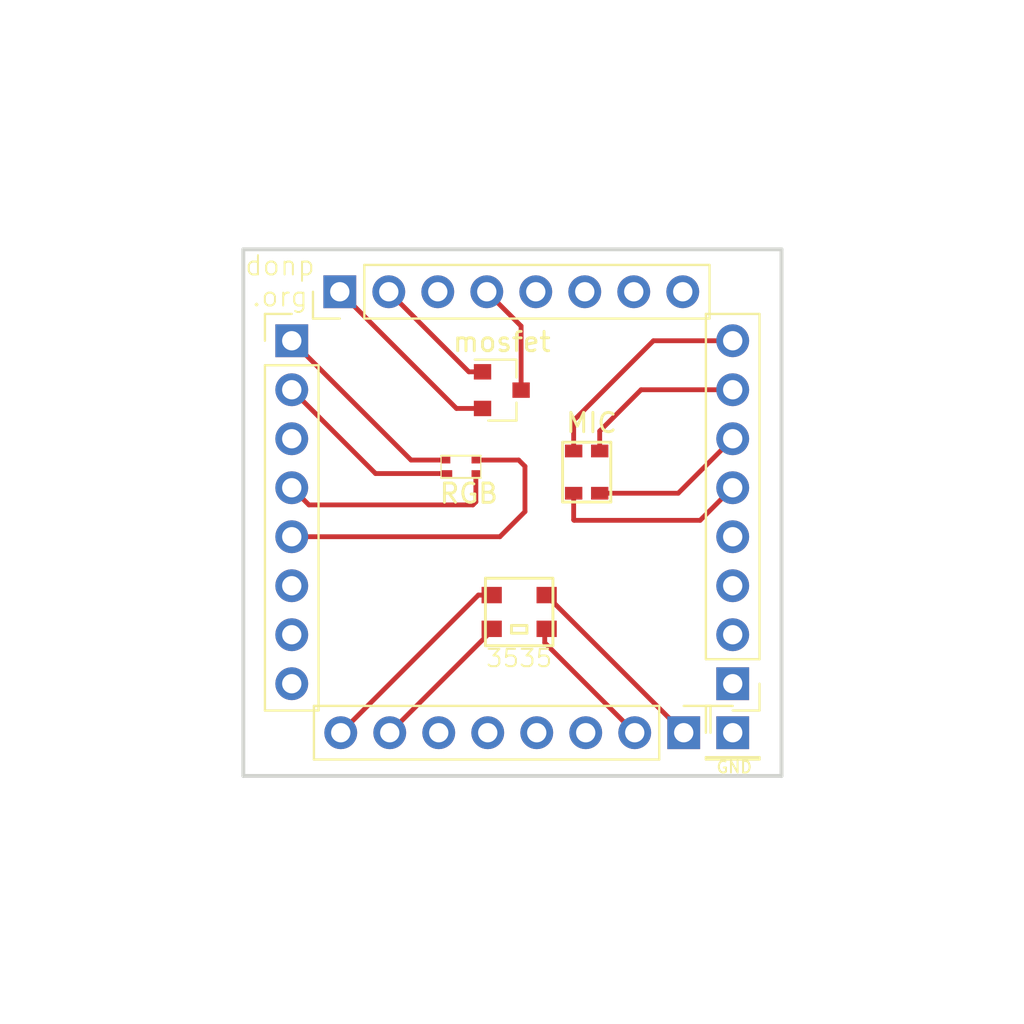
<source format=kicad_pcb>
(kicad_pcb (version 4) (host pcbnew 4.0.5-e0-6337~49~ubuntu16.04.1)

  (general
    (links 0)
    (no_connects 0)
    (area 112.309999 41.999999 165.570001 95.260001)
    (thickness 1.6)
    (drawings 5)
    (tracks 39)
    (zones 0)
    (modules 11)
    (nets 1)
  )

  (page A4)
  (layers
    (0 F.Cu signal)
    (31 B.Cu signal)
    (32 B.Adhes user)
    (33 F.Adhes user)
    (34 B.Paste user)
    (35 F.Paste user)
    (36 B.SilkS user)
    (37 F.SilkS user)
    (38 B.Mask user)
    (39 F.Mask user)
    (40 Dwgs.User user)
    (41 Cmts.User user)
    (42 Eco1.User user)
    (43 Eco2.User user)
    (44 Edge.Cuts user)
    (45 Margin user)
    (46 B.CrtYd user)
    (47 F.CrtYd user)
    (48 B.Fab user)
    (49 F.Fab user)
  )

  (setup
    (last_trace_width 0.25)
    (trace_clearance 0.2)
    (zone_clearance 0.508)
    (zone_45_only no)
    (trace_min 0.2)
    (segment_width 0.2)
    (edge_width 0.2)
    (via_size 0.6)
    (via_drill 0.4)
    (via_min_size 0.4)
    (via_min_drill 0.3)
    (uvia_size 0.3)
    (uvia_drill 0.1)
    (uvias_allowed no)
    (uvia_min_size 0.2)
    (uvia_min_drill 0.1)
    (pcb_text_width 0.3)
    (pcb_text_size 1.5 1.5)
    (mod_edge_width 0.15)
    (mod_text_size 1 1)
    (mod_text_width 0.15)
    (pad_size 1.7 1.7)
    (pad_drill 1)
    (pad_to_mask_clearance 0.2)
    (aux_axis_origin 0 0)
    (visible_elements FFFEFFFF)
    (pcbplotparams
      (layerselection 0x010f0_80000001)
      (usegerberextensions true)
      (excludeedgelayer true)
      (linewidth 0.100000)
      (plotframeref false)
      (viasonmask false)
      (mode 1)
      (useauxorigin false)
      (hpglpennumber 1)
      (hpglpenspeed 20)
      (hpglpendiameter 15)
      (hpglpenoverlay 2)
      (psnegative false)
      (psa4output false)
      (plotreference true)
      (plotvalue true)
      (plotinvisibletext false)
      (padsonsilk false)
      (subtractmaskfromsilk false)
      (outputformat 1)
      (mirror false)
      (drillshape 0)
      (scaleselection 1)
      (outputdirectory /home/donp/osh))
  )

  (net 0 "")

  (net_class Default "This is the default net class."
    (clearance 0.2)
    (trace_width 0.25)
    (via_dia 0.6)
    (via_drill 0.4)
    (uvia_dia 0.3)
    (uvia_drill 0.1)
  )

  (module Mounting_Holes:MountingHole_2.2mm_M2 (layer F.Cu) (tedit 58A9DC58) (tstamp 58AA6060)
    (at 151.05 56.7)
    (descr "Mounting Hole 2.2mm, no annular, M2")
    (tags "mounting hole 2.2mm no annular m2")
    (fp_text reference "" (at 0 -3.2) (layer F.SilkS)
      (effects (font (size 1 1) (thickness 0.15)))
    )
    (fp_text value MountingHole_2.2mm_M2 (at 0 3.2) (layer F.Fab)
      (effects (font (size 1 1) (thickness 0.15)))
    )
    (fp_circle (center 0 0) (end 2.2 0) (layer Cmts.User) (width 0.15))
    (fp_circle (center 0 0) (end 2.45 0) (layer F.CrtYd) (width 0.05))
    (pad 1 np_thru_hole circle (at 0 0) (size 2.2 2.2) (drill 2.2) (layers *.Cu *.Mask))
  )

  (module Pin_Headers:Pin_Header_Straight_1x08_Pitch2.54mm (layer F.Cu) (tedit 58A7881A) (tstamp 58A815A9)
    (at 147.83 80.06 270)
    (descr "Through hole straight pin header, 1x08, 2.54mm pitch, single row")
    (tags "Through hole pin header THT 1x08 2.54mm single row")
    (fp_text reference "" (at 0 -2.39 270) (layer F.SilkS)
      (effects (font (size 1 1) (thickness 0.15)))
    )
    (fp_text value Pin_Header_Straight_1x08_Pitch2.54mm (at 0 20.17 270) (layer F.Fab)
      (effects (font (size 1 1) (thickness 0.15)))
    )
    (fp_line (start -1.27 -1.27) (end -1.27 19.05) (layer F.Fab) (width 0.1))
    (fp_line (start -1.27 19.05) (end 1.27 19.05) (layer F.Fab) (width 0.1))
    (fp_line (start 1.27 19.05) (end 1.27 -1.27) (layer F.Fab) (width 0.1))
    (fp_line (start 1.27 -1.27) (end -1.27 -1.27) (layer F.Fab) (width 0.1))
    (fp_line (start -1.39 1.27) (end -1.39 19.17) (layer F.SilkS) (width 0.12))
    (fp_line (start -1.39 19.17) (end 1.39 19.17) (layer F.SilkS) (width 0.12))
    (fp_line (start 1.39 19.17) (end 1.39 1.27) (layer F.SilkS) (width 0.12))
    (fp_line (start 1.39 1.27) (end -1.39 1.27) (layer F.SilkS) (width 0.12))
    (fp_line (start -1.39 0) (end -1.39 -1.39) (layer F.SilkS) (width 0.12))
    (fp_line (start -1.39 -1.39) (end 0 -1.39) (layer F.SilkS) (width 0.12))
    (fp_line (start -1.6 -1.6) (end -1.6 19.3) (layer F.CrtYd) (width 0.05))
    (fp_line (start -1.6 19.3) (end 1.6 19.3) (layer F.CrtYd) (width 0.05))
    (fp_line (start 1.6 19.3) (end 1.6 -1.6) (layer F.CrtYd) (width 0.05))
    (fp_line (start 1.6 -1.6) (end -1.6 -1.6) (layer F.CrtYd) (width 0.05))
    (pad 1 thru_hole rect (at 0 0 270) (size 1.7 1.7) (drill 1) (layers *.Cu *.Mask))
    (pad 2 thru_hole oval (at 0 2.54 270) (size 1.7 1.7) (drill 1) (layers *.Cu *.Mask))
    (pad 3 thru_hole oval (at 0 5.08 270) (size 1.7 1.7) (drill 1) (layers *.Cu *.Mask))
    (pad 4 thru_hole oval (at 0 7.62 270) (size 1.7 1.7) (drill 1) (layers *.Cu *.Mask))
    (pad 5 thru_hole oval (at 0 10.16 270) (size 1.7 1.7) (drill 1) (layers *.Cu *.Mask))
    (pad 6 thru_hole oval (at 0 12.7 270) (size 1.7 1.7) (drill 1) (layers *.Cu *.Mask))
    (pad 7 thru_hole oval (at 0 15.24 270) (size 1.7 1.7) (drill 1) (layers *.Cu *.Mask))
    (pad 8 thru_hole oval (at 0 17.78 270) (size 1.7 1.7) (drill 1) (layers *.Cu *.Mask))
    (model Pin_Headers.3dshapes/Pin_Header_Straight_1x08_Pitch2.54mm.wrl
      (at (xyz 0 -0.35 0))
      (scale (xyz 1 1 1))
      (rotate (xyz 0 0 90))
    )
  )

  (module Pin_Headers:Pin_Header_Straight_1x08_Pitch2.54mm (layer F.Cu) (tedit 58A7881A) (tstamp 58A8158F)
    (at 130 57.2 90)
    (descr "Through hole straight pin header, 1x08, 2.54mm pitch, single row")
    (tags "Through hole pin header THT 1x08 2.54mm single row")
    (fp_text reference "" (at 0 -2.39 90) (layer F.SilkS)
      (effects (font (size 1 1) (thickness 0.15)))
    )
    (fp_text value Pin_Header_Straight_1x08_Pitch2.54mm (at 0 20.17 90) (layer F.Fab)
      (effects (font (size 1 1) (thickness 0.15)))
    )
    (fp_line (start -1.27 -1.27) (end -1.27 19.05) (layer F.Fab) (width 0.1))
    (fp_line (start -1.27 19.05) (end 1.27 19.05) (layer F.Fab) (width 0.1))
    (fp_line (start 1.27 19.05) (end 1.27 -1.27) (layer F.Fab) (width 0.1))
    (fp_line (start 1.27 -1.27) (end -1.27 -1.27) (layer F.Fab) (width 0.1))
    (fp_line (start -1.39 1.27) (end -1.39 19.17) (layer F.SilkS) (width 0.12))
    (fp_line (start -1.39 19.17) (end 1.39 19.17) (layer F.SilkS) (width 0.12))
    (fp_line (start 1.39 19.17) (end 1.39 1.27) (layer F.SilkS) (width 0.12))
    (fp_line (start 1.39 1.27) (end -1.39 1.27) (layer F.SilkS) (width 0.12))
    (fp_line (start -1.39 0) (end -1.39 -1.39) (layer F.SilkS) (width 0.12))
    (fp_line (start -1.39 -1.39) (end 0 -1.39) (layer F.SilkS) (width 0.12))
    (fp_line (start -1.6 -1.6) (end -1.6 19.3) (layer F.CrtYd) (width 0.05))
    (fp_line (start -1.6 19.3) (end 1.6 19.3) (layer F.CrtYd) (width 0.05))
    (fp_line (start 1.6 19.3) (end 1.6 -1.6) (layer F.CrtYd) (width 0.05))
    (fp_line (start 1.6 -1.6) (end -1.6 -1.6) (layer F.CrtYd) (width 0.05))
    (pad 1 thru_hole rect (at 0 0 90) (size 1.7 1.7) (drill 1) (layers *.Cu *.Mask))
    (pad 2 thru_hole oval (at 0 2.54 90) (size 1.7 1.7) (drill 1) (layers *.Cu *.Mask))
    (pad 3 thru_hole oval (at 0 5.08 90) (size 1.7 1.7) (drill 1) (layers *.Cu *.Mask))
    (pad 4 thru_hole oval (at 0 7.62 90) (size 1.7 1.7) (drill 1) (layers *.Cu *.Mask))
    (pad 5 thru_hole oval (at 0 10.16 90) (size 1.7 1.7) (drill 1) (layers *.Cu *.Mask))
    (pad 6 thru_hole oval (at 0 12.7 90) (size 1.7 1.7) (drill 1) (layers *.Cu *.Mask))
    (pad 7 thru_hole oval (at 0 15.24 90) (size 1.7 1.7) (drill 1) (layers *.Cu *.Mask))
    (pad 8 thru_hole oval (at 0 17.78 90) (size 1.7 1.7) (drill 1) (layers *.Cu *.Mask))
    (model Pin_Headers.3dshapes/Pin_Header_Straight_1x08_Pitch2.54mm.wrl
      (at (xyz 0 -0.35 0))
      (scale (xyz 1 1 1))
      (rotate (xyz 0 0 90))
    )
  )

  (module Pin_Headers:Pin_Header_Straight_1x08_Pitch2.54mm (layer F.Cu) (tedit 58A7881A) (tstamp 58A81575)
    (at 150.37 77.52 180)
    (descr "Through hole straight pin header, 1x08, 2.54mm pitch, single row")
    (tags "Through hole pin header THT 1x08 2.54mm single row")
    (fp_text reference "" (at 0 -2.39 180) (layer F.SilkS)
      (effects (font (size 1 1) (thickness 0.15)))
    )
    (fp_text value Pin_Header_Straight_1x08_Pitch2.54mm (at 0 20.17 180) (layer F.Fab)
      (effects (font (size 1 1) (thickness 0.15)))
    )
    (fp_line (start -1.27 -1.27) (end -1.27 19.05) (layer F.Fab) (width 0.1))
    (fp_line (start -1.27 19.05) (end 1.27 19.05) (layer F.Fab) (width 0.1))
    (fp_line (start 1.27 19.05) (end 1.27 -1.27) (layer F.Fab) (width 0.1))
    (fp_line (start 1.27 -1.27) (end -1.27 -1.27) (layer F.Fab) (width 0.1))
    (fp_line (start -1.39 1.27) (end -1.39 19.17) (layer F.SilkS) (width 0.12))
    (fp_line (start -1.39 19.17) (end 1.39 19.17) (layer F.SilkS) (width 0.12))
    (fp_line (start 1.39 19.17) (end 1.39 1.27) (layer F.SilkS) (width 0.12))
    (fp_line (start 1.39 1.27) (end -1.39 1.27) (layer F.SilkS) (width 0.12))
    (fp_line (start -1.39 0) (end -1.39 -1.39) (layer F.SilkS) (width 0.12))
    (fp_line (start -1.39 -1.39) (end 0 -1.39) (layer F.SilkS) (width 0.12))
    (fp_line (start -1.6 -1.6) (end -1.6 19.3) (layer F.CrtYd) (width 0.05))
    (fp_line (start -1.6 19.3) (end 1.6 19.3) (layer F.CrtYd) (width 0.05))
    (fp_line (start 1.6 19.3) (end 1.6 -1.6) (layer F.CrtYd) (width 0.05))
    (fp_line (start 1.6 -1.6) (end -1.6 -1.6) (layer F.CrtYd) (width 0.05))
    (pad 1 thru_hole rect (at 0 0 180) (size 1.7 1.7) (drill 1) (layers *.Cu *.Mask))
    (pad 2 thru_hole oval (at 0 2.54 180) (size 1.7 1.7) (drill 1) (layers *.Cu *.Mask))
    (pad 3 thru_hole oval (at 0 5.08 180) (size 1.7 1.7) (drill 1) (layers *.Cu *.Mask))
    (pad 4 thru_hole oval (at 0 7.62 180) (size 1.7 1.7) (drill 1) (layers *.Cu *.Mask))
    (pad 5 thru_hole oval (at 0 10.16 180) (size 1.7 1.7) (drill 1) (layers *.Cu *.Mask))
    (pad 6 thru_hole oval (at 0 12.7 180) (size 1.7 1.7) (drill 1) (layers *.Cu *.Mask))
    (pad 7 thru_hole oval (at 0 15.24 180) (size 1.7 1.7) (drill 1) (layers *.Cu *.Mask))
    (pad 8 thru_hole oval (at 0 17.78 180) (size 1.7 1.7) (drill 1) (layers *.Cu *.Mask))
    (model Pin_Headers.3dshapes/Pin_Header_Straight_1x08_Pitch2.54mm.wrl
      (at (xyz 0 -0.35 0))
      (scale (xyz 1 1 1))
      (rotate (xyz 0 0 90))
    )
  )

  (module Pin_Headers:Pin_Header_Straight_1x08_Pitch2.54mm (layer F.Cu) (tedit 58A7881A) (tstamp 58A811C0)
    (at 127.51 59.74)
    (descr "Through hole straight pin header, 1x08, 2.54mm pitch, single row")
    (tags "Through hole pin header THT 1x08 2.54mm single row")
    (fp_text reference "" (at 0 -2.39) (layer F.SilkS)
      (effects (font (size 1 1) (thickness 0.15)))
    )
    (fp_text value Pin_Header_Straight_1x08_Pitch2.54mm (at 0 20.17) (layer F.Fab)
      (effects (font (size 1 1) (thickness 0.15)))
    )
    (fp_line (start -1.27 -1.27) (end -1.27 19.05) (layer F.Fab) (width 0.1))
    (fp_line (start -1.27 19.05) (end 1.27 19.05) (layer F.Fab) (width 0.1))
    (fp_line (start 1.27 19.05) (end 1.27 -1.27) (layer F.Fab) (width 0.1))
    (fp_line (start 1.27 -1.27) (end -1.27 -1.27) (layer F.Fab) (width 0.1))
    (fp_line (start -1.39 1.27) (end -1.39 19.17) (layer F.SilkS) (width 0.12))
    (fp_line (start -1.39 19.17) (end 1.39 19.17) (layer F.SilkS) (width 0.12))
    (fp_line (start 1.39 19.17) (end 1.39 1.27) (layer F.SilkS) (width 0.12))
    (fp_line (start 1.39 1.27) (end -1.39 1.27) (layer F.SilkS) (width 0.12))
    (fp_line (start -1.39 0) (end -1.39 -1.39) (layer F.SilkS) (width 0.12))
    (fp_line (start -1.39 -1.39) (end 0 -1.39) (layer F.SilkS) (width 0.12))
    (fp_line (start -1.6 -1.6) (end -1.6 19.3) (layer F.CrtYd) (width 0.05))
    (fp_line (start -1.6 19.3) (end 1.6 19.3) (layer F.CrtYd) (width 0.05))
    (fp_line (start 1.6 19.3) (end 1.6 -1.6) (layer F.CrtYd) (width 0.05))
    (fp_line (start 1.6 -1.6) (end -1.6 -1.6) (layer F.CrtYd) (width 0.05))
    (pad 1 thru_hole rect (at 0 0) (size 1.7 1.7) (drill 1) (layers *.Cu *.Mask))
    (pad 2 thru_hole oval (at 0 2.54) (size 1.7 1.7) (drill 1) (layers *.Cu *.Mask))
    (pad 3 thru_hole oval (at 0 5.08) (size 1.7 1.7) (drill 1) (layers *.Cu *.Mask))
    (pad 4 thru_hole oval (at 0 7.62) (size 1.7 1.7) (drill 1) (layers *.Cu *.Mask))
    (pad 5 thru_hole oval (at 0 10.16) (size 1.7 1.7) (drill 1) (layers *.Cu *.Mask))
    (pad 6 thru_hole oval (at 0 12.7) (size 1.7 1.7) (drill 1) (layers *.Cu *.Mask))
    (pad 7 thru_hole oval (at 0 15.24) (size 1.7 1.7) (drill 1) (layers *.Cu *.Mask))
    (pad 8 thru_hole oval (at 0 17.78) (size 1.7 1.7) (drill 1) (layers *.Cu *.Mask))
    (model Pin_Headers.3dshapes/Pin_Header_Straight_1x08_Pitch2.54mm.wrl
      (at (xyz 0 -0.35 0))
      (scale (xyz 1 1 1))
      (rotate (xyz 0 0 90))
    )
  )

  (module Pin_Headers:Pin_Header_Straight_1x01_Pitch2.54mm (layer F.Cu) (tedit 58A9D553) (tstamp 58AA1A0E)
    (at 150.37 80.06)
    (descr "Through hole straight pin header, 1x01, 2.54mm pitch, single row")
    (tags "Through hole pin header THT 1x01 2.54mm single row")
    (fp_text reference GND (at 0.08 1.79) (layer F.SilkS)
      (effects (font (size 0.6 0.6) (thickness 0.1)))
    )
    (fp_text value Pin_Header_Straight_1x01_Pitch2.54mm (at 0 2.39) (layer F.Fab)
      (effects (font (size 1 1) (thickness 0.15)))
    )
    (fp_line (start -1.27 -1.27) (end -1.27 1.27) (layer F.Fab) (width 0.1))
    (fp_line (start -1.27 1.27) (end 1.27 1.27) (layer F.Fab) (width 0.1))
    (fp_line (start 1.27 1.27) (end 1.27 -1.27) (layer F.Fab) (width 0.1))
    (fp_line (start 1.27 -1.27) (end -1.27 -1.27) (layer F.Fab) (width 0.1))
    (fp_line (start -1.39 1.27) (end -1.39 1.39) (layer F.SilkS) (width 0.12))
    (fp_line (start -1.39 1.39) (end 1.39 1.39) (layer F.SilkS) (width 0.12))
    (fp_line (start 1.39 1.39) (end 1.39 1.27) (layer F.SilkS) (width 0.12))
    (fp_line (start 1.39 1.27) (end -1.39 1.27) (layer F.SilkS) (width 0.12))
    (fp_line (start -1.39 0) (end -1.39 -1.39) (layer F.SilkS) (width 0.12))
    (fp_line (start -1.39 -1.39) (end 0 -1.39) (layer F.SilkS) (width 0.12))
    (fp_line (start -1.6 -1.6) (end -1.6 1.6) (layer F.CrtYd) (width 0.05))
    (fp_line (start -1.6 1.6) (end 1.6 1.6) (layer F.CrtYd) (width 0.05))
    (fp_line (start 1.6 1.6) (end 1.6 -1.6) (layer F.CrtYd) (width 0.05))
    (fp_line (start 1.6 -1.6) (end -1.6 -1.6) (layer F.CrtYd) (width 0.05))
    (pad 1 thru_hole rect (at 0 0) (size 1.7 1.7) (drill 1) (layers *.Cu *.Mask))
    (model Pin_Headers.3dshapes/Pin_Header_Straight_1x01_Pitch2.54mm.wrl
      (at (xyz 0 0 0))
      (scale (xyz 1 1 1))
      (rotate (xyz 0 0 90))
    )
  )

  (module Mounting_Holes:MountingHole_2.2mm_M2 (layer F.Cu) (tedit 58A9DC4E) (tstamp 58AA6058)
    (at 126.6 80.65)
    (descr "Mounting Hole 2.2mm, no annular, M2")
    (tags "mounting hole 2.2mm no annular m2")
    (fp_text reference "" (at 0 -3.2) (layer F.SilkS)
      (effects (font (size 1 1) (thickness 0.15)))
    )
    (fp_text value MountingHole_2.2mm_M2 (at 0 3.2) (layer F.Fab)
      (effects (font (size 1 1) (thickness 0.15)))
    )
    (fp_circle (center 0 0) (end 2.2 0) (layer Cmts.User) (width 0.15))
    (fp_circle (center 0 0) (end 2.45 0) (layer F.CrtYd) (width 0.05))
    (pad 1 np_thru_hole circle (at 0 0) (size 2.2 2.2) (drill 2.2) (layers *.Cu *.Mask))
  )

  (module veml-rgb:VEML6040 (layer F.Cu) (tedit 58AA3136) (tstamp 58AA7729)
    (at 136.45 65.2)
    (fp_text reference RGB (at 0.24 2.46) (layer F.SilkS)
      (effects (font (size 1 1) (thickness 0.15)))
    )
    (fp_text value VEML6040 (at 0 -0.5) (layer F.Fab)
      (effects (font (size 1 1) (thickness 0.15)))
    )
    (fp_line (start -1.2 0.5) (end -1.2 1.65) (layer F.SilkS) (width 0.06))
    (fp_line (start -1.2 1.65) (end 0.86 1.65) (layer F.SilkS) (width 0.1))
    (fp_line (start 0.86 1.65) (end 0.86 0.5) (layer F.SilkS) (width 0.06))
    (fp_line (start -1.2 0.5) (end 0.86 0.5) (layer F.SilkS) (width 0.1))
    (pad 1 smd rect (at -0.945 0.725) (size 0.45 0.35) (layers F.Cu F.Paste F.Mask))
    (pad 2 smd rect (at 0.605 0.725) (size 0.45 0.35) (layers F.Cu F.Paste F.Mask))
    (pad 3 smd rect (at 0.605 1.425) (size 0.45 0.35) (layers F.Cu F.Paste F.Mask))
    (pad 4 smd rect (at -0.895 1.425) (size 0.55 0.35) (layers F.Cu F.Paste F.Mask))
  )

  (module microphones:SiSonic-SPW2430 (layer F.Cu) (tedit 58AA31B6) (tstamp 58AB02CB)
    (at 141.55 65)
    (fp_text reference MIC (at 1.5 -1) (layer F.SilkS)
      (effects (font (size 1 1) (thickness 0.15)))
    )
    (fp_text value "SiSonic SPW2430" (at 1.8 4.3) (layer F.Fab)
      (effects (font (size 1 1) (thickness 0.15)))
    )
    (fp_line (start 0 0) (end 0 3.1) (layer F.SilkS) (width 0.15))
    (fp_line (start 2.5 0) (end 2.5 3.1) (layer F.SilkS) (width 0.15))
    (fp_line (start 0 3.1) (end 2.5 3.1) (layer F.SilkS) (width 0.15))
    (fp_line (start 0 0) (end 2.5 0) (layer F.SilkS) (width 0.15))
    (pad +v smd rect (at 1.925 2.645) (size 0.9 0.66) (layers F.Cu F.Paste F.Mask))
    (pad +v smd rect (at 1.925 0.455) (size 0.9 0.66) (layers F.Cu F.Paste F.Mask))
    (pad GND smd rect (at 0.575 2.645) (size 0.9 0.66) (layers F.Cu F.Paste F.Mask))
    (pad +v smd rect (at 0.575 0.455) (size 0.9 0.66) (layers F.Cu F.Paste F.Mask))
  )

  (module ws2812:3535 (layer F.Cu) (tedit 588CDD58) (tstamp 58ACAE82)
    (at 139.3 73.8)
    (fp_text reference 3535 (at 0 2.4) (layer F.SilkS)
      (effects (font (size 0.9 0.9) (thickness 0.1)))
    )
    (fp_text value 3535 (at 0.05 -2.2) (layer F.Fab)
      (effects (font (size 1 1) (thickness 0.15)))
    )
    (fp_line (start -0.4 0.7) (end 0.4 0.7) (layer F.SilkS) (width 0.15))
    (fp_line (start 0.4 0.7) (end 0.4 1.1) (layer F.SilkS) (width 0.15))
    (fp_line (start 0.4 1.1) (end -0.4 1.1) (layer F.SilkS) (width 0.15))
    (fp_line (start -0.4 1.1) (end -0.4 0.7) (layer F.SilkS) (width 0.15))
    (fp_line (start 1.75 1.75) (end -1.75 1.75) (layer F.SilkS) (width 0.15))
    (fp_line (start -1.75 1.75) (end -1.75 -1.75) (layer F.SilkS) (width 0.15))
    (fp_line (start 1.75 -1.75) (end 1.75 1.75) (layer F.SilkS) (width 0.15))
    (fp_line (start -1.75 -1.75) (end 1.7 -1.75) (layer F.SilkS) (width 0.15))
    (pad IN smd rect (at 1.325 0.875) (size 1.05 0.85) (drill (offset 0.1 0)) (layers F.Cu F.Paste F.Mask))
    (pad VDD smd rect (at 1.325 -0.875) (size 1.05 0.85) (drill (offset 0.1 0)) (layers F.Cu F.Paste F.Mask))
    (pad GND smd rect (at -1.325 0.875) (size 1.05 0.85) (drill (offset -0.1 0)) (layers F.Cu F.Paste F.Mask))
    (pad OUT smd rect (at -1.325 -0.875) (size 1.05 0.85) (drill (offset -0.1 0)) (layers F.Cu F.Paste F.Mask))
  )

  (module TO_SOT_Packages_SMD:SOT-23 (layer F.Cu) (tedit 58AA3809) (tstamp 58ACF741)
    (at 138.4 62.3)
    (descr "SOT-23, Standard")
    (tags SOT-23)
    (attr smd)
    (fp_text reference mosfet (at 0 -2.5) (layer F.SilkS)
      (effects (font (size 1 1) (thickness 0.15)))
    )
    (fp_text value SOT-23 (at 0 2.5) (layer F.Fab)
      (effects (font (size 1 1) (thickness 0.15)))
    )
    (fp_line (start -0.7 -0.95) (end -0.7 1.5) (layer F.Fab) (width 0.1))
    (fp_line (start -0.15 -1.52) (end 0.7 -1.52) (layer F.Fab) (width 0.1))
    (fp_line (start -0.7 -0.95) (end -0.15 -1.52) (layer F.Fab) (width 0.1))
    (fp_line (start 0.7 -1.52) (end 0.7 1.52) (layer F.Fab) (width 0.1))
    (fp_line (start -0.7 1.52) (end 0.7 1.52) (layer F.Fab) (width 0.1))
    (fp_line (start 0.76 1.58) (end 0.76 0.65) (layer F.SilkS) (width 0.12))
    (fp_line (start 0.76 -1.58) (end 0.76 -0.65) (layer F.SilkS) (width 0.12))
    (fp_line (start -1.7 -1.75) (end 1.7 -1.75) (layer F.CrtYd) (width 0.05))
    (fp_line (start 1.7 -1.75) (end 1.7 1.75) (layer F.CrtYd) (width 0.05))
    (fp_line (start 1.7 1.75) (end -1.7 1.75) (layer F.CrtYd) (width 0.05))
    (fp_line (start -1.7 1.75) (end -1.7 -1.75) (layer F.CrtYd) (width 0.05))
    (fp_line (start 0.76 -1.58) (end -1.4 -1.58) (layer F.SilkS) (width 0.12))
    (fp_line (start 0.76 1.58) (end -0.7 1.58) (layer F.SilkS) (width 0.12))
    (pad 1 smd rect (at -1 -0.95) (size 0.9 0.8) (layers F.Cu F.Paste F.Mask))
    (pad 2 smd rect (at -1 0.95) (size 0.9 0.8) (layers F.Cu F.Paste F.Mask))
    (pad 3 smd rect (at 1 0) (size 0.9 0.8) (layers F.Cu F.Paste F.Mask))
    (model TO_SOT_Packages_SMD.3dshapes/SOT-23.wrl
      (at (xyz 0 0 0))
      (scale (xyz 1 1 1))
      (rotate (xyz 0 0 90))
    )
  )

  (gr_text "donp\n.org" (at 126.9 56.65) (layer F.SilkS)
    (effects (font (size 1 1) (thickness 0.1)))
  )
  (gr_line (start 152.9 55) (end 152.9 82.3) (angle 90) (layer Edge.Cuts) (width 0.2) (tstamp 5869BE58))
  (gr_line (start 125 55) (end 125 82.3) (angle 90) (layer Edge.Cuts) (width 0.2))
  (gr_line (start 125 82.3) (end 152.9 82.3) (angle 90) (layer Edge.Cuts) (width 0.2) (tstamp 5869BDB4))
  (gr_line (start 125 55) (end 152.9 55) (angle 90) (layer Edge.Cuts) (width 0.2))

  (segment (start 139.4 62.3) (end 139.4 58.98) (width 0.25) (layer F.Cu) (net 0) (status 400000))
  (segment (start 139.4 58.98) (end 137.62 57.2) (width 0.25) (layer F.Cu) (net 0) (tstamp 58ACF771) (status 800000))
  (segment (start 137.4 63.25) (end 136.05 63.25) (width 0.25) (layer F.Cu) (net 0) (status 400000))
  (segment (start 136.05 63.25) (end 130 57.2) (width 0.25) (layer F.Cu) (net 0) (tstamp 58ACF76D) (status 800000))
  (segment (start 137.4 61.35) (end 136.69 61.35) (width 0.25) (layer F.Cu) (net 0) (status 400000))
  (segment (start 136.69 61.35) (end 132.54 57.2) (width 0.25) (layer F.Cu) (net 0) (tstamp 58ACF76A) (status 800000))
  (segment (start 140.625 72.925) (end 140.695 72.925) (width 0.25) (layer F.Cu) (net 0))
  (segment (start 140.695 72.925) (end 147.83 80.06) (width 0.25) (layer F.Cu) (net 0) (tstamp 58ACAE9D))
  (segment (start 140.625 74.675) (end 140.625 75.395) (width 0.25) (layer F.Cu) (net 0))
  (segment (start 140.625 75.395) (end 145.29 80.06) (width 0.25) (layer F.Cu) (net 0) (tstamp 58ACAE9A))
  (segment (start 137.975 74.675) (end 132.59 80.06) (width 0.25) (layer F.Cu) (net 0))
  (segment (start 137.975 72.925) (end 137.185 72.925) (width 0.25) (layer F.Cu) (net 0))
  (segment (start 137.185 72.925) (end 130.05 80.06) (width 0.25) (layer F.Cu) (net 0) (tstamp 58ACAE95))
  (segment (start 142.125 67.645) (end 142.125 69.025) (width 0.25) (layer F.Cu) (net 0))
  (segment (start 148.68 69.05) (end 150.37 67.36) (width 0.25) (layer F.Cu) (net 0) (tstamp 58AB0324))
  (segment (start 142.15 69.05) (end 148.68 69.05) (width 0.25) (layer F.Cu) (net 0) (tstamp 58AB0323))
  (segment (start 142.125 69.025) (end 142.15 69.05) (width 0.25) (layer F.Cu) (net 0) (tstamp 58AB0322))
  (segment (start 143.475 67.645) (end 147.545 67.645) (width 0.25) (layer F.Cu) (net 0))
  (segment (start 147.545 67.645) (end 150.37 64.82) (width 0.25) (layer F.Cu) (net 0) (tstamp 58AB031C))
  (segment (start 143.475 65.455) (end 143.475 64.425) (width 0.25) (layer F.Cu) (net 0))
  (segment (start 145.62 62.28) (end 150.37 62.28) (width 0.25) (layer F.Cu) (net 0) (tstamp 58AB0318))
  (segment (start 143.475 64.425) (end 145.62 62.28) (width 0.25) (layer F.Cu) (net 0) (tstamp 58AB0316))
  (segment (start 142.125 65.455) (end 142.125 63.875) (width 0.25) (layer F.Cu) (net 0))
  (segment (start 146.26 59.74) (end 150.37 59.74) (width 0.25) (layer F.Cu) (net 0) (tstamp 58AB0312))
  (segment (start 142.125 63.875) (end 146.26 59.74) (width 0.25) (layer F.Cu) (net 0) (tstamp 58AB0310))
  (segment (start 137.055 66.625) (end 137.055 68.095) (width 0.25) (layer F.Cu) (net 0))
  (segment (start 128.4 68.25) (end 127.51 67.36) (width 0.25) (layer F.Cu) (net 0) (tstamp 58AB030D))
  (segment (start 136.9 68.25) (end 128.4 68.25) (width 0.25) (layer F.Cu) (net 0) (tstamp 58AB030C))
  (segment (start 137.055 68.095) (end 136.9 68.25) (width 0.25) (layer F.Cu) (net 0) (tstamp 58AB030B))
  (segment (start 137.055 65.925) (end 139.275 65.925) (width 0.25) (layer F.Cu) (net 0))
  (segment (start 138.3 69.9) (end 127.51 69.9) (width 0.25) (layer F.Cu) (net 0) (tstamp 58AB0307))
  (segment (start 139.6 68.6) (end 138.3 69.9) (width 0.25) (layer F.Cu) (net 0) (tstamp 58AB0306))
  (segment (start 139.6 66.25) (end 139.6 68.6) (width 0.25) (layer F.Cu) (net 0) (tstamp 58AB0305))
  (segment (start 139.275 65.925) (end 139.6 66.25) (width 0.25) (layer F.Cu) (net 0) (tstamp 58AB0304))
  (segment (start 135.555 66.625) (end 131.855 66.625) (width 0.25) (layer F.Cu) (net 0))
  (segment (start 131.855 66.625) (end 127.51 62.28) (width 0.25) (layer F.Cu) (net 0) (tstamp 58AB0300))
  (segment (start 135.505 65.925) (end 133.695 65.925) (width 0.25) (layer F.Cu) (net 0))
  (segment (start 133.695 65.925) (end 127.51 59.74) (width 0.25) (layer F.Cu) (net 0) (tstamp 58AB02FC))
  (segment (start 150.37 80.06) (end 150.37 80.02) (width 0.25) (layer F.Cu) (net 0))

)

</source>
